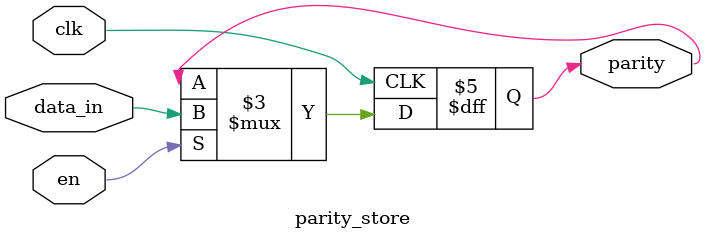
<source format=v>
module parity_store (
   input  wire    clk,
                  en,
                  data_in,
   output reg     parity
);

   always @(posedge clk) begin
      if (en) begin
         parity <= data_in;
      end
      else begin
         parity <= parity;
      end
   end

endmodule
</source>
